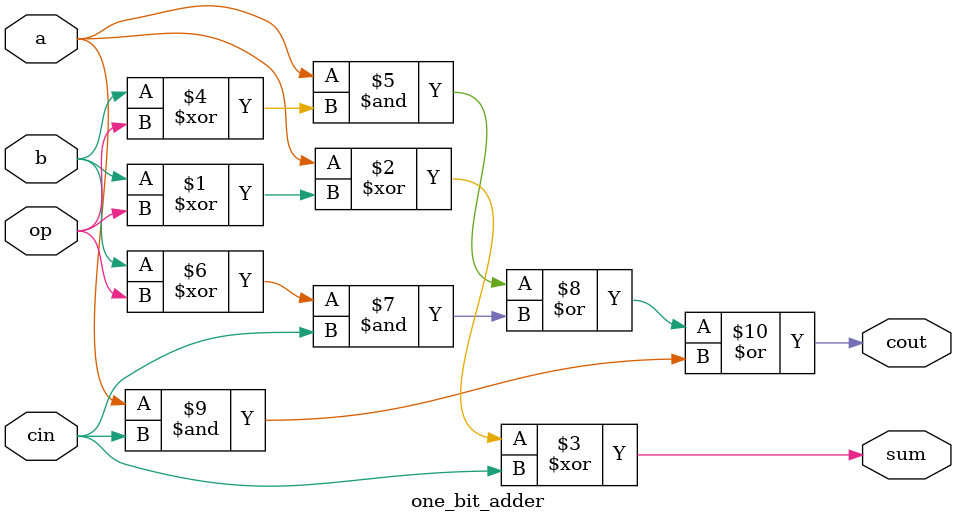
<source format=v>
`timescale 1ns / 1ps
module one_bit_adder(a, b, cin, op, sum, cout);
input a, b, cin, op;
output sum, cout;
wire sum, cout;
assign sum = a^(b^op)^cin;
assign cout = ((a&(b^op))|((b^op)&cin)|(a&cin));
endmodule

</source>
